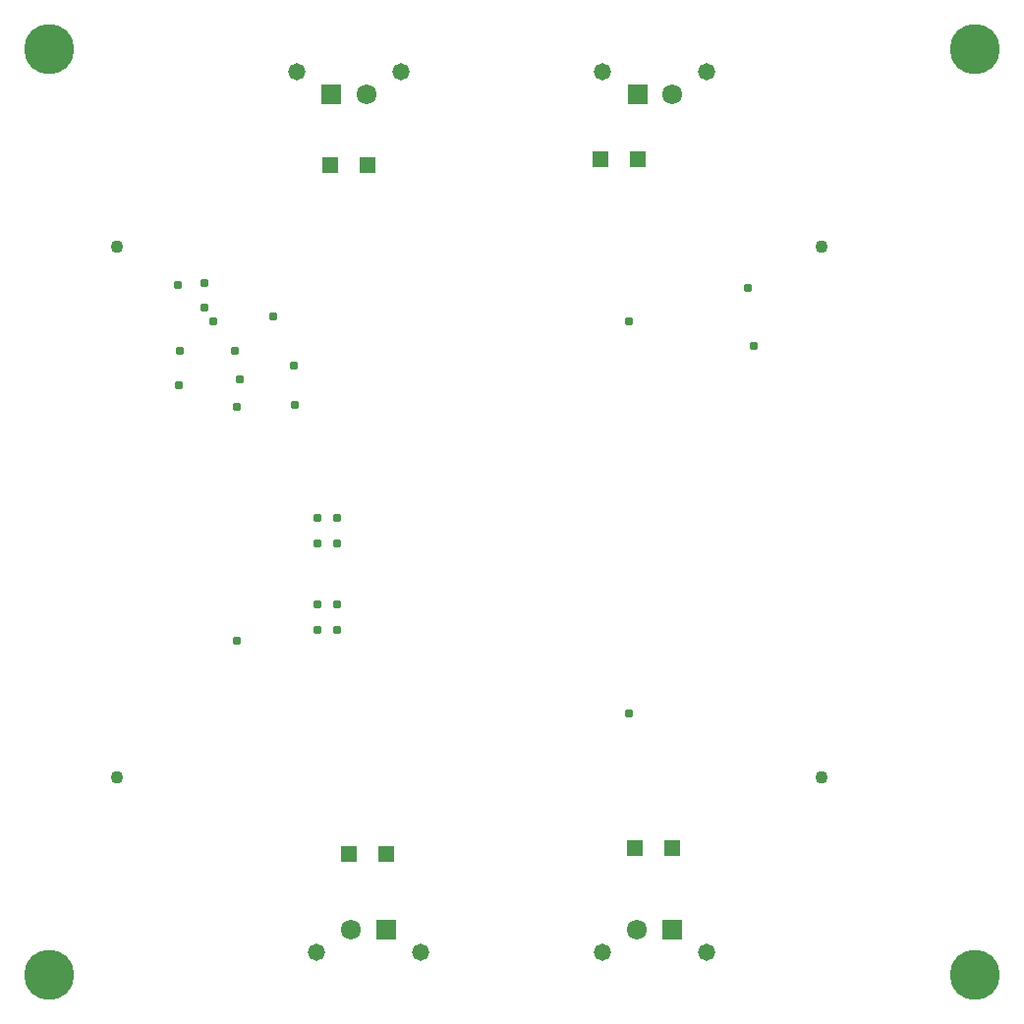
<source format=gts>
G04*
G04 #@! TF.GenerationSoftware,Altium Limited,Altium Designer,24.9.1 (31)*
G04*
G04 Layer_Color=8388736*
%FSLAX25Y25*%
%MOIN*%
G70*
G04*
G04 #@! TF.SameCoordinates,8C3E2955-48CA-471D-9453-E4D1A35B8BF5*
G04*
G04*
G04 #@! TF.FilePolarity,Negative*
G04*
G01*
G75*
%ADD14R,0.05209X0.05603*%
%ADD15R,0.06784X0.06784*%
%ADD16C,0.06784*%
%ADD17C,0.05800*%
%ADD18C,0.17000*%
%ADD19C,0.04304*%
%ADD20C,0.03100*%
D14*
X127886Y294435D02*
D03*
X115288D02*
D03*
X206971Y296518D02*
D03*
X219569D02*
D03*
X121536Y61000D02*
D03*
X134135D02*
D03*
X218701Y63000D02*
D03*
X231299D02*
D03*
D15*
X115689Y318500D02*
D03*
X134200Y35200D02*
D03*
X219400Y318500D02*
D03*
X231200Y35200D02*
D03*
D16*
X127500Y318500D02*
D03*
X122389Y35200D02*
D03*
X231211Y318500D02*
D03*
X219389Y35200D02*
D03*
D17*
X103878Y326217D02*
D03*
X139311D02*
D03*
X146011Y27483D02*
D03*
X110578D02*
D03*
X207589Y326217D02*
D03*
X243022D02*
D03*
X207578Y27483D02*
D03*
X243011D02*
D03*
D18*
X20000Y334000D02*
D03*
Y20000D02*
D03*
X334000D02*
D03*
Y334000D02*
D03*
D19*
X43000Y86800D02*
D03*
Y266800D02*
D03*
X282000Y86800D02*
D03*
Y266800D02*
D03*
D20*
X117700Y136806D02*
D03*
Y145648D02*
D03*
Y166130D02*
D03*
Y174969D02*
D03*
X216400Y241500D02*
D03*
X111026Y166212D02*
D03*
Y145720D02*
D03*
X82802Y231550D02*
D03*
X103100Y213200D02*
D03*
X63958Y220020D02*
D03*
X75651Y241403D02*
D03*
X84455Y221940D02*
D03*
X258861Y233120D02*
D03*
X256900Y253036D02*
D03*
X111026Y136780D02*
D03*
Y174969D02*
D03*
X83400Y212500D02*
D03*
X95965Y243120D02*
D03*
X102885Y226637D02*
D03*
X72502Y246375D02*
D03*
X63611Y253731D02*
D03*
X64381Y231432D02*
D03*
X72502Y254450D02*
D03*
X83600Y133345D02*
D03*
X216400Y108500D02*
D03*
M02*

</source>
